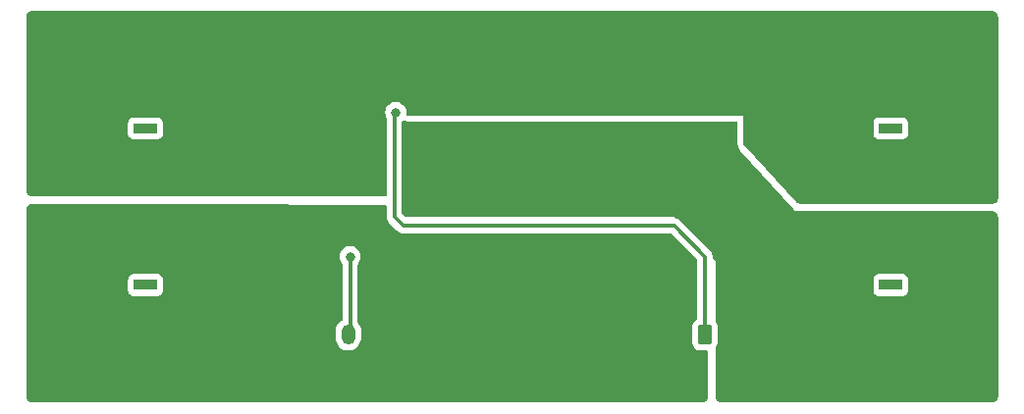
<source format=gbr>
%TF.GenerationSoftware,KiCad,Pcbnew,7.0.2*%
%TF.CreationDate,2023-07-12T23:47:59-04:00*%
%TF.ProjectId,Anti-Spark Switch,416e7469-2d53-4706-9172-6b2053776974,rev?*%
%TF.SameCoordinates,Original*%
%TF.FileFunction,Copper,L2,Bot*%
%TF.FilePolarity,Positive*%
%FSLAX46Y46*%
G04 Gerber Fmt 4.6, Leading zero omitted, Abs format (unit mm)*
G04 Created by KiCad (PCBNEW 7.0.2) date 2023-07-12 23:47:59*
%MOMM*%
%LPD*%
G01*
G04 APERTURE LIST*
G04 Aperture macros list*
%AMRoundRect*
0 Rectangle with rounded corners*
0 $1 Rounding radius*
0 $2 $3 $4 $5 $6 $7 $8 $9 X,Y pos of 4 corners*
0 Add a 4 corners polygon primitive as box body*
4,1,4,$2,$3,$4,$5,$6,$7,$8,$9,$2,$3,0*
0 Add four circle primitives for the rounded corners*
1,1,$1+$1,$2,$3*
1,1,$1+$1,$4,$5*
1,1,$1+$1,$6,$7*
1,1,$1+$1,$8,$9*
0 Add four rect primitives between the rounded corners*
20,1,$1+$1,$2,$3,$4,$5,0*
20,1,$1+$1,$4,$5,$6,$7,0*
20,1,$1+$1,$6,$7,$8,$9,0*
20,1,$1+$1,$8,$9,$2,$3,0*%
G04 Aperture macros list end*
%TA.AperFunction,ComponentPad*%
%ADD10R,2.000000X0.900000*%
%TD*%
%TA.AperFunction,ComponentPad*%
%ADD11RoundRect,1.025000X1.025000X-1.025000X1.025000X1.025000X-1.025000X1.025000X-1.025000X-1.025000X0*%
%TD*%
%TA.AperFunction,ComponentPad*%
%ADD12C,4.100000*%
%TD*%
%TA.AperFunction,ComponentPad*%
%ADD13RoundRect,1.025000X-1.025000X1.025000X-1.025000X-1.025000X1.025000X-1.025000X1.025000X1.025000X0*%
%TD*%
%TA.AperFunction,ComponentPad*%
%ADD14RoundRect,0.250000X-0.350000X-0.625000X0.350000X-0.625000X0.350000X0.625000X-0.350000X0.625000X0*%
%TD*%
%TA.AperFunction,ComponentPad*%
%ADD15O,1.200000X1.750000*%
%TD*%
%TA.AperFunction,ViaPad*%
%ADD16C,0.800000*%
%TD*%
%TA.AperFunction,Conductor*%
%ADD17C,0.300000*%
%TD*%
G04 APERTURE END LIST*
D10*
%TO.P,J8,*%
%TO.N,*%
X119260000Y-111525000D03*
X119260000Y-98025000D03*
D11*
%TO.P,J8,1,1*%
%TO.N,GND*%
X125260000Y-108375000D03*
D12*
%TO.P,J8,2,2*%
%TO.N,VCC*%
X125260000Y-101175000D03*
%TD*%
D10*
%TO.P,J5,*%
%TO.N,*%
X183538000Y-98025000D03*
X183538000Y-111525000D03*
D13*
%TO.P,J5,1,1*%
%TO.N,Net-(J1-Pin_1)*%
X177538000Y-108375000D03*
D12*
%TO.P,J5,2,2*%
%TO.N,VCC*%
X177538000Y-101175000D03*
%TD*%
D14*
%TO.P,J3,1,Pin_1*%
%TO.N,GND*%
X134747000Y-115824000D03*
D15*
%TO.P,J3,2,Pin_2*%
%TO.N,Net-(D1-K)*%
X136747000Y-115824000D03*
%TD*%
D14*
%TO.P,J7,1,Pin_1*%
%TO.N,Net-(J7-Pin_1)*%
X167513000Y-115824000D03*
D15*
%TO.P,J7,2,Pin_2*%
%TO.N,Net-(J1-Pin_1)*%
X169513000Y-115824000D03*
%TD*%
D16*
%TO.N,Net-(J7-Pin_1)*%
X140843000Y-96647000D03*
%TO.N,GND*%
X158115000Y-110490000D03*
X149860000Y-110490000D03*
%TO.N,Net-(D1-K)*%
X136906000Y-109093000D03*
%TO.N,GND*%
X161290000Y-110490000D03*
X161290000Y-109220000D03*
X161290000Y-107950000D03*
X153035000Y-110490000D03*
X153035000Y-109220000D03*
X153035000Y-107950000D03*
X144780000Y-110490000D03*
X144780000Y-109220000D03*
X144780000Y-107950000D03*
X161290000Y-111633000D03*
X161290000Y-114173000D03*
X161290000Y-112903000D03*
X161290000Y-115443000D03*
X161290000Y-116713000D03*
X162560000Y-116713000D03*
X165100000Y-111633000D03*
X162560000Y-112903000D03*
X165100000Y-114173000D03*
X163830000Y-112903000D03*
X162560000Y-115443000D03*
X163830000Y-115443000D03*
X165100000Y-112903000D03*
X162560000Y-111633000D03*
X165100000Y-115443000D03*
X163830000Y-116713000D03*
X163830000Y-111633000D03*
X165100000Y-116713000D03*
X163830000Y-114173000D03*
X162560000Y-114173000D03*
X155575000Y-114300000D03*
X154305000Y-114300000D03*
X153035000Y-114300000D03*
X156845000Y-114300000D03*
X158115000Y-114300000D03*
X153035000Y-113030000D03*
X154305000Y-111760000D03*
X153035000Y-111760000D03*
X154305000Y-113030000D03*
X155575000Y-113030000D03*
X158115000Y-115570000D03*
X156845000Y-111760000D03*
X153035000Y-115570000D03*
X158115000Y-116840000D03*
X156845000Y-115570000D03*
X154305000Y-116840000D03*
X156845000Y-116840000D03*
X154305000Y-115570000D03*
X155575000Y-111760000D03*
X158115000Y-113030000D03*
X153035000Y-116840000D03*
X158115000Y-111760000D03*
X156845000Y-113030000D03*
X155575000Y-115570000D03*
X155575000Y-116840000D03*
X147320000Y-114300000D03*
X146050000Y-114300000D03*
X144780000Y-114300000D03*
X148590000Y-114300000D03*
X149860000Y-114300000D03*
X144780000Y-113030000D03*
X146050000Y-111760000D03*
X144780000Y-111760000D03*
X146050000Y-113030000D03*
X147320000Y-113030000D03*
X149860000Y-115570000D03*
X148590000Y-111760000D03*
X144780000Y-115570000D03*
X149860000Y-116840000D03*
X148590000Y-115570000D03*
X146050000Y-116840000D03*
X148590000Y-116840000D03*
X146050000Y-115570000D03*
X147320000Y-111760000D03*
X149860000Y-113030000D03*
X144780000Y-116840000D03*
X149860000Y-111760000D03*
X148590000Y-113030000D03*
X147320000Y-115570000D03*
X147320000Y-116840000D03*
X162560000Y-109220000D03*
X162560000Y-110490000D03*
X165100000Y-110490000D03*
X165100000Y-109220000D03*
X162560000Y-107950000D03*
X163830000Y-110490000D03*
X154305000Y-109220000D03*
X156845000Y-107950000D03*
X154305000Y-110490000D03*
X156845000Y-110490000D03*
X156845000Y-109220000D03*
X154305000Y-107950000D03*
X155575000Y-110490000D03*
X148590000Y-107950000D03*
X148590000Y-109220000D03*
X148590000Y-110490000D03*
X147320000Y-110490000D03*
X146050000Y-110490000D03*
X146050000Y-109220000D03*
X146050000Y-107950000D03*
%TO.N,Net-(J1-Pin_1)*%
X165100000Y-104140000D03*
X165100000Y-100330000D03*
X165100000Y-102870000D03*
X165100000Y-101600000D03*
X160020000Y-101600000D03*
X158750000Y-101600000D03*
X157480000Y-101600000D03*
X161290000Y-101600000D03*
X162560000Y-101600000D03*
X157480000Y-100330000D03*
X158750000Y-99060000D03*
X157480000Y-99060000D03*
X158750000Y-100330000D03*
X160020000Y-100330000D03*
X162560000Y-102870000D03*
X161290000Y-99060000D03*
X163830000Y-104140000D03*
X163830000Y-102870000D03*
X163830000Y-101600000D03*
X157480000Y-102870000D03*
X163830000Y-99060000D03*
X162560000Y-104140000D03*
X161290000Y-102870000D03*
X158750000Y-104140000D03*
X161290000Y-104140000D03*
X158750000Y-102870000D03*
X160020000Y-99060000D03*
X162560000Y-100330000D03*
X163830000Y-100330000D03*
X157480000Y-104140000D03*
X162560000Y-99060000D03*
X161290000Y-100330000D03*
X160020000Y-102870000D03*
X160020000Y-104140000D03*
X152400000Y-101600000D03*
X151130000Y-101600000D03*
X149860000Y-101600000D03*
X153670000Y-101600000D03*
X154940000Y-101600000D03*
X149860000Y-100330000D03*
X151130000Y-99060000D03*
X149860000Y-99060000D03*
X151130000Y-100330000D03*
X152400000Y-100330000D03*
X154940000Y-102870000D03*
X153670000Y-99060000D03*
X156210000Y-104140000D03*
X156210000Y-102870000D03*
X156210000Y-101600000D03*
X149860000Y-102870000D03*
X156210000Y-99060000D03*
X154940000Y-104140000D03*
X153670000Y-102870000D03*
X151130000Y-104140000D03*
X153670000Y-104140000D03*
X151130000Y-102870000D03*
X152400000Y-99060000D03*
X154940000Y-100330000D03*
X156210000Y-100330000D03*
X149860000Y-104140000D03*
X154940000Y-99060000D03*
X153670000Y-100330000D03*
X152400000Y-102870000D03*
X152400000Y-104140000D03*
X148590000Y-104140000D03*
X148590000Y-102870000D03*
X148590000Y-101600000D03*
X148590000Y-100330000D03*
X148590000Y-99060000D03*
X147320000Y-104140000D03*
X146050000Y-104140000D03*
X144780000Y-104140000D03*
X143510000Y-104140000D03*
X142240000Y-104140000D03*
X142240000Y-102870000D03*
X143510000Y-102870000D03*
X144780000Y-102870000D03*
X146050000Y-102870000D03*
X147320000Y-102870000D03*
X147320000Y-101600000D03*
X146050000Y-101600000D03*
X144780000Y-101600000D03*
X143510000Y-101600000D03*
X142240000Y-101600000D03*
X142240000Y-100330000D03*
X143510000Y-100330000D03*
X144780000Y-100330000D03*
X146050000Y-100330000D03*
X147320000Y-100330000D03*
X147320000Y-99060000D03*
X146050000Y-99060000D03*
X144780000Y-99060000D03*
X143510000Y-99060000D03*
X142240000Y-99060000D03*
X186690000Y-116840000D03*
X190500000Y-116840000D03*
X182880000Y-116840000D03*
X181610000Y-116840000D03*
X187960000Y-116840000D03*
X189230000Y-116840000D03*
X185420000Y-116840000D03*
X191770000Y-116840000D03*
X184150000Y-116840000D03*
X189230000Y-119380000D03*
X187960000Y-119380000D03*
X184150000Y-119380000D03*
X182880000Y-119380000D03*
X180340000Y-119380000D03*
X182880000Y-120650000D03*
X185420000Y-119380000D03*
X187960000Y-118110000D03*
X191770000Y-120650000D03*
X190500000Y-120650000D03*
X180340000Y-115570000D03*
X184150000Y-120650000D03*
X185420000Y-120650000D03*
X190500000Y-119380000D03*
X180340000Y-116840000D03*
X180340000Y-114300000D03*
X187960000Y-120650000D03*
X186690000Y-120650000D03*
X191770000Y-119380000D03*
X186690000Y-119380000D03*
X181610000Y-119380000D03*
X189230000Y-120650000D03*
X190500000Y-118110000D03*
X180340000Y-120650000D03*
X181610000Y-120650000D03*
X180340000Y-118110000D03*
X187960000Y-115570000D03*
X185420000Y-118110000D03*
X191770000Y-118110000D03*
X184150000Y-118110000D03*
X186690000Y-118110000D03*
X189230000Y-118110000D03*
X181610000Y-118110000D03*
X182880000Y-118110000D03*
X185420000Y-115570000D03*
X182880000Y-115570000D03*
X189230000Y-115570000D03*
X186690000Y-115570000D03*
X181610000Y-115570000D03*
X190500000Y-115570000D03*
X191770000Y-115570000D03*
X184150000Y-115570000D03*
X187960000Y-114300000D03*
X190500000Y-114300000D03*
X191770000Y-114300000D03*
X184150000Y-114300000D03*
X186690000Y-114300000D03*
X189230000Y-114300000D03*
X181610000Y-114300000D03*
X182880000Y-114300000D03*
X185420000Y-114300000D03*
%TO.N,GND*%
X116205000Y-116840000D03*
X120015000Y-116840000D03*
X112395000Y-116840000D03*
X111125000Y-116840000D03*
X117475000Y-116840000D03*
X118745000Y-116840000D03*
X114935000Y-116840000D03*
X121285000Y-116840000D03*
X113665000Y-116840000D03*
X118745000Y-119380000D03*
X117475000Y-119380000D03*
X113665000Y-119380000D03*
X112395000Y-119380000D03*
X109855000Y-119380000D03*
X112395000Y-120650000D03*
X114935000Y-119380000D03*
X117475000Y-118110000D03*
X121285000Y-120650000D03*
X120015000Y-120650000D03*
X109855000Y-115570000D03*
X113665000Y-120650000D03*
X114935000Y-120650000D03*
X120015000Y-119380000D03*
X109855000Y-116840000D03*
X109855000Y-114300000D03*
X117475000Y-120650000D03*
X116205000Y-120650000D03*
X121285000Y-119380000D03*
X116205000Y-119380000D03*
X111125000Y-119380000D03*
X118745000Y-120650000D03*
X120015000Y-118110000D03*
X109855000Y-120650000D03*
X111125000Y-120650000D03*
X109855000Y-118110000D03*
X117475000Y-115570000D03*
X114935000Y-118110000D03*
X121285000Y-118110000D03*
X113665000Y-118110000D03*
X116205000Y-118110000D03*
X118745000Y-118110000D03*
X111125000Y-118110000D03*
X112395000Y-118110000D03*
X114935000Y-115570000D03*
X112395000Y-115570000D03*
X118745000Y-115570000D03*
X116205000Y-115570000D03*
X111125000Y-115570000D03*
X120015000Y-115570000D03*
X121285000Y-115570000D03*
X113665000Y-115570000D03*
X117475000Y-114300000D03*
X120015000Y-114300000D03*
X121285000Y-114300000D03*
X113665000Y-114300000D03*
X116205000Y-114300000D03*
X118745000Y-114300000D03*
X111125000Y-114300000D03*
X112395000Y-114300000D03*
X114935000Y-114300000D03*
%TO.N,VCC*%
X116205000Y-91440000D03*
X120015000Y-91440000D03*
X112395000Y-91440000D03*
X111125000Y-91440000D03*
X117475000Y-91440000D03*
X118745000Y-91440000D03*
X114935000Y-91440000D03*
X121285000Y-91440000D03*
X113665000Y-91440000D03*
X118745000Y-93980000D03*
X117475000Y-93980000D03*
X113665000Y-93980000D03*
X112395000Y-93980000D03*
X109855000Y-93980000D03*
X112395000Y-95250000D03*
X114935000Y-93980000D03*
X117475000Y-92710000D03*
X121285000Y-95250000D03*
X120015000Y-95250000D03*
X109855000Y-90170000D03*
X113665000Y-95250000D03*
X114935000Y-95250000D03*
X120015000Y-93980000D03*
X109855000Y-91440000D03*
X109855000Y-88900000D03*
X117475000Y-95250000D03*
X116205000Y-95250000D03*
X121285000Y-93980000D03*
X116205000Y-93980000D03*
X111125000Y-93980000D03*
X118745000Y-95250000D03*
X120015000Y-92710000D03*
X109855000Y-95250000D03*
X111125000Y-95250000D03*
X109855000Y-92710000D03*
X117475000Y-90170000D03*
X114935000Y-92710000D03*
X121285000Y-92710000D03*
X113665000Y-92710000D03*
X116205000Y-92710000D03*
X118745000Y-92710000D03*
X111125000Y-92710000D03*
X112395000Y-92710000D03*
X114935000Y-90170000D03*
X112395000Y-90170000D03*
X118745000Y-90170000D03*
X116205000Y-90170000D03*
X111125000Y-90170000D03*
X120015000Y-90170000D03*
X121285000Y-90170000D03*
X113665000Y-90170000D03*
X117475000Y-88900000D03*
X120015000Y-88900000D03*
X121285000Y-88900000D03*
X113665000Y-88900000D03*
X116205000Y-88900000D03*
X118745000Y-88900000D03*
X111125000Y-88900000D03*
X112395000Y-88900000D03*
X114935000Y-88900000D03*
X180340000Y-91440000D03*
X180340000Y-93980000D03*
X180340000Y-95250000D03*
X180340000Y-92710000D03*
X180340000Y-90170000D03*
X180340000Y-88900000D03*
X187960000Y-95250000D03*
X190500000Y-95250000D03*
X191770000Y-95250000D03*
X184150000Y-95250000D03*
X186690000Y-95250000D03*
X189230000Y-95250000D03*
X181610000Y-95250000D03*
X182880000Y-95250000D03*
X185420000Y-95250000D03*
X187960000Y-93980000D03*
X190500000Y-93980000D03*
X191770000Y-93980000D03*
X184150000Y-93980000D03*
X186690000Y-93980000D03*
X189230000Y-93980000D03*
X181610000Y-93980000D03*
X182880000Y-93980000D03*
X185420000Y-93980000D03*
X187960000Y-92710000D03*
X190500000Y-92710000D03*
X191770000Y-92710000D03*
X184150000Y-92710000D03*
X186690000Y-92710000D03*
X189230000Y-92710000D03*
X181610000Y-92710000D03*
X182880000Y-92710000D03*
X185420000Y-92710000D03*
X187960000Y-91440000D03*
X190500000Y-91440000D03*
X191770000Y-91440000D03*
X184150000Y-91440000D03*
X186690000Y-91440000D03*
X189230000Y-91440000D03*
X181610000Y-91440000D03*
X182880000Y-91440000D03*
X185420000Y-91440000D03*
X187960000Y-90170000D03*
X190500000Y-90170000D03*
X191770000Y-90170000D03*
X184150000Y-90170000D03*
X186690000Y-90170000D03*
X189230000Y-90170000D03*
X181610000Y-90170000D03*
X182880000Y-90170000D03*
X185420000Y-90170000D03*
X181610000Y-88900000D03*
X182880000Y-88900000D03*
X184150000Y-88900000D03*
X185420000Y-88900000D03*
X186690000Y-88900000D03*
X187960000Y-88900000D03*
X189230000Y-88900000D03*
X190500000Y-88900000D03*
X191770000Y-88900000D03*
%TD*%
D17*
%TO.N,Net-(J7-Pin_1)*%
X167513000Y-109093000D02*
X167513000Y-115824000D01*
X164846000Y-106426000D02*
X167513000Y-109093000D01*
X140716000Y-105664000D02*
X141478000Y-106426000D01*
X141478000Y-106426000D02*
X164846000Y-106426000D01*
X140843000Y-96647000D02*
X140716000Y-96774000D01*
X140716000Y-96774000D02*
X140716000Y-105664000D01*
%TO.N,Net-(D1-K)*%
X136906000Y-115824000D02*
X136747000Y-115824000D01*
X136906000Y-109093000D02*
X136906000Y-115824000D01*
%TD*%
%TA.AperFunction,Conductor*%
%TO.N,GND*%
G36*
X110777176Y-104528158D02*
G01*
X123368664Y-104577927D01*
X139941994Y-104643435D01*
X140008951Y-104663383D01*
X140054497Y-104716368D01*
X140065500Y-104767433D01*
X140065500Y-105578494D01*
X140063158Y-105599702D01*
X140065439Y-105672262D01*
X140065500Y-105676157D01*
X140065500Y-105704925D01*
X140065987Y-105708785D01*
X140065989Y-105708808D01*
X140066054Y-105709320D01*
X140066968Y-105720942D01*
X140068402Y-105766569D01*
X140074323Y-105786950D01*
X140078267Y-105805995D01*
X140080928Y-105827059D01*
X140097737Y-105869515D01*
X140101520Y-105880563D01*
X140114256Y-105924400D01*
X140125061Y-105942670D01*
X140133621Y-105960143D01*
X140141431Y-105979869D01*
X140168266Y-106016806D01*
X140174670Y-106026555D01*
X140197918Y-106065864D01*
X140197919Y-106065865D01*
X140212923Y-106080868D01*
X140225561Y-106095665D01*
X140238037Y-106112837D01*
X140273212Y-106141936D01*
X140281853Y-106149799D01*
X140957564Y-106825509D01*
X140970909Y-106842167D01*
X141023848Y-106891879D01*
X141026645Y-106894590D01*
X141046966Y-106914911D01*
X141050442Y-106917607D01*
X141059322Y-106925191D01*
X141092607Y-106956448D01*
X141111212Y-106966676D01*
X141127466Y-106977353D01*
X141144237Y-106990363D01*
X141186144Y-107008497D01*
X141196618Y-107013628D01*
X141236632Y-107035627D01*
X141257197Y-107040906D01*
X141275593Y-107047205D01*
X141295074Y-107055636D01*
X141340178Y-107062779D01*
X141351597Y-107065144D01*
X141395823Y-107076500D01*
X141417045Y-107076500D01*
X141436443Y-107078026D01*
X141457405Y-107081347D01*
X141499319Y-107077384D01*
X141502861Y-107077050D01*
X141514530Y-107076500D01*
X164525192Y-107076500D01*
X164592231Y-107096185D01*
X164612873Y-107112819D01*
X166826181Y-109326126D01*
X166859666Y-109387449D01*
X166862500Y-109413807D01*
X166862500Y-114433362D01*
X166842815Y-114500401D01*
X166803596Y-114538901D01*
X166694342Y-114606288D01*
X166570288Y-114730342D01*
X166478186Y-114879665D01*
X166423000Y-115046202D01*
X166412819Y-115145858D01*
X166412817Y-115145878D01*
X166412500Y-115148991D01*
X166412500Y-115152138D01*
X166412500Y-115152139D01*
X166412500Y-116495859D01*
X166412500Y-116495878D01*
X166412501Y-116499008D01*
X166412820Y-116502140D01*
X166412821Y-116502141D01*
X166423000Y-116601796D01*
X166478186Y-116768334D01*
X166570288Y-116917657D01*
X166694342Y-117041711D01*
X166718152Y-117056397D01*
X166843666Y-117133814D01*
X166955017Y-117170712D01*
X167010202Y-117188999D01*
X167109858Y-117199180D01*
X167109859Y-117199180D01*
X167112991Y-117199500D01*
X167643001Y-117199499D01*
X167710039Y-117219183D01*
X167755794Y-117271987D01*
X167767000Y-117323499D01*
X167767000Y-121157874D01*
X167765939Y-121174060D01*
X167752093Y-121279224D01*
X167743715Y-121310491D01*
X167706259Y-121400918D01*
X167690074Y-121428951D01*
X167630491Y-121506601D01*
X167607601Y-121529491D01*
X167529951Y-121589074D01*
X167501918Y-121605259D01*
X167411491Y-121642715D01*
X167380224Y-121651093D01*
X167286398Y-121663446D01*
X167275058Y-121664939D01*
X167258874Y-121666000D01*
X109474126Y-121666000D01*
X109457941Y-121664939D01*
X109444917Y-121663224D01*
X109352775Y-121651093D01*
X109321508Y-121642715D01*
X109231081Y-121605259D01*
X109203048Y-121589074D01*
X109125398Y-121529491D01*
X109102508Y-121506601D01*
X109042925Y-121428951D01*
X109026740Y-121400918D01*
X108989284Y-121310491D01*
X108980906Y-121279223D01*
X108967061Y-121174059D01*
X108966000Y-121157874D01*
X108966000Y-116151425D01*
X135646500Y-116151425D01*
X135646779Y-116154355D01*
X135646781Y-116154380D01*
X135661471Y-116308215D01*
X135720683Y-116509873D01*
X135816990Y-116696684D01*
X135946906Y-116861884D01*
X136105745Y-116999520D01*
X136204259Y-117056397D01*
X136287756Y-117104604D01*
X136372150Y-117133813D01*
X136486366Y-117173344D01*
X136521298Y-117178366D01*
X136694398Y-117203254D01*
X136904330Y-117193254D01*
X137108576Y-117143704D01*
X137194195Y-117104603D01*
X137299752Y-117056397D01*
X137379624Y-116999520D01*
X137470952Y-116934486D01*
X137615986Y-116782378D01*
X137729613Y-116605572D01*
X137807725Y-116410457D01*
X137847500Y-116204085D01*
X137847500Y-115496575D01*
X137832528Y-115339782D01*
X137773316Y-115138125D01*
X137677011Y-114951318D01*
X137609618Y-114865622D01*
X137583030Y-114831812D01*
X137557062Y-114766947D01*
X137556500Y-114755160D01*
X137556500Y-109763922D01*
X137576185Y-109696883D01*
X137588350Y-109680949D01*
X137638533Y-109625216D01*
X137733179Y-109461284D01*
X137791674Y-109281256D01*
X137811460Y-109093000D01*
X137791674Y-108904744D01*
X137733179Y-108724716D01*
X137733179Y-108724715D01*
X137638533Y-108560783D01*
X137511870Y-108420110D01*
X137358730Y-108308848D01*
X137185802Y-108231855D01*
X137000648Y-108192500D01*
X137000646Y-108192500D01*
X136811354Y-108192500D01*
X136811352Y-108192500D01*
X136626197Y-108231855D01*
X136453269Y-108308848D01*
X136300129Y-108420110D01*
X136173466Y-108560783D01*
X136078820Y-108724715D01*
X136020326Y-108904742D01*
X136000540Y-109093000D01*
X136020326Y-109281257D01*
X136078820Y-109461284D01*
X136173464Y-109625213D01*
X136223650Y-109680949D01*
X136253880Y-109743941D01*
X136255500Y-109763922D01*
X136255500Y-114484060D01*
X136235815Y-114551099D01*
X136203427Y-114585068D01*
X136194250Y-114591602D01*
X136194247Y-114591604D01*
X136023048Y-114713514D01*
X136023047Y-114713515D01*
X135878013Y-114865623D01*
X135764387Y-115042425D01*
X135686274Y-115237545D01*
X135646500Y-115443913D01*
X135646500Y-115443915D01*
X135646500Y-116151425D01*
X108966000Y-116151425D01*
X108966000Y-112019578D01*
X117759500Y-112019578D01*
X117759501Y-112022872D01*
X117765909Y-112082483D01*
X117816204Y-112217331D01*
X117902454Y-112332546D01*
X118017669Y-112418796D01*
X118152517Y-112469091D01*
X118212127Y-112475500D01*
X120307872Y-112475499D01*
X120367483Y-112469091D01*
X120502331Y-112418796D01*
X120617546Y-112332546D01*
X120703796Y-112217331D01*
X120754091Y-112082483D01*
X120760500Y-112022873D01*
X120760499Y-111027128D01*
X120754091Y-110967517D01*
X120703796Y-110832669D01*
X120617546Y-110717454D01*
X120502331Y-110631204D01*
X120367483Y-110580909D01*
X120307873Y-110574500D01*
X120304550Y-110574500D01*
X118215439Y-110574500D01*
X118215420Y-110574500D01*
X118212128Y-110574501D01*
X118208848Y-110574853D01*
X118208840Y-110574854D01*
X118152515Y-110580909D01*
X118017669Y-110631204D01*
X117902454Y-110717454D01*
X117816204Y-110832668D01*
X117765910Y-110967515D01*
X117765909Y-110967517D01*
X117759500Y-111027127D01*
X117759500Y-111030448D01*
X117759500Y-111030449D01*
X117759500Y-112019560D01*
X117759500Y-112019578D01*
X108966000Y-112019578D01*
X108966000Y-105031128D01*
X108967066Y-105014903D01*
X108980981Y-104909474D01*
X108989398Y-104878142D01*
X109027040Y-104787520D01*
X109043302Y-104759441D01*
X109076466Y-104716368D01*
X109103162Y-104681695D01*
X109126149Y-104658798D01*
X109204140Y-104599238D01*
X109232273Y-104583094D01*
X109323049Y-104545809D01*
X109354408Y-104537517D01*
X109459895Y-104524017D01*
X109476120Y-104523016D01*
X110777176Y-104528158D01*
G37*
%TD.AperFunction*%
%TD*%
%TA.AperFunction,Conductor*%
%TO.N,VCC*%
G36*
X192294059Y-87885061D02*
G01*
X192399223Y-87898906D01*
X192430491Y-87907284D01*
X192520918Y-87944740D01*
X192548952Y-87960925D01*
X192626602Y-88020509D01*
X192649491Y-88043398D01*
X192709074Y-88121048D01*
X192725259Y-88149081D01*
X192762715Y-88239508D01*
X192771093Y-88270775D01*
X192784939Y-88375939D01*
X192786000Y-88392125D01*
X192786000Y-104012874D01*
X192784939Y-104029060D01*
X192771093Y-104134224D01*
X192762715Y-104165491D01*
X192725259Y-104255918D01*
X192709074Y-104283951D01*
X192649491Y-104361601D01*
X192626601Y-104384491D01*
X192548951Y-104444074D01*
X192520918Y-104460259D01*
X192430491Y-104497715D01*
X192399224Y-104506093D01*
X192305398Y-104518446D01*
X192294058Y-104519939D01*
X192277874Y-104521000D01*
X175741135Y-104521000D01*
X175724152Y-104519831D01*
X175624791Y-104506093D01*
X175613920Y-104504589D01*
X175581232Y-104495375D01*
X175487157Y-104454244D01*
X175458196Y-104436505D01*
X175372152Y-104365930D01*
X175359762Y-104354256D01*
X170953196Y-99590401D01*
X170943451Y-99578454D01*
X170884680Y-99496486D01*
X170869990Y-99469447D01*
X170836049Y-99382771D01*
X170828474Y-99352958D01*
X170815958Y-99252868D01*
X170815000Y-99237482D01*
X170815000Y-98519578D01*
X182037500Y-98519578D01*
X182037501Y-98522872D01*
X182043909Y-98582483D01*
X182094204Y-98717331D01*
X182180454Y-98832546D01*
X182295669Y-98918796D01*
X182430517Y-98969091D01*
X182490127Y-98975500D01*
X184585872Y-98975499D01*
X184645483Y-98969091D01*
X184780331Y-98918796D01*
X184895546Y-98832546D01*
X184981796Y-98717331D01*
X185032091Y-98582483D01*
X185038500Y-98522873D01*
X185038499Y-97527128D01*
X185032091Y-97467517D01*
X184981796Y-97332669D01*
X184895546Y-97217454D01*
X184780331Y-97131204D01*
X184645483Y-97080909D01*
X184585873Y-97074500D01*
X184582550Y-97074500D01*
X182493439Y-97074500D01*
X182493420Y-97074500D01*
X182490128Y-97074501D01*
X182486848Y-97074853D01*
X182486840Y-97074854D01*
X182430515Y-97080909D01*
X182295669Y-97131204D01*
X182180454Y-97217454D01*
X182094204Y-97332668D01*
X182043910Y-97467515D01*
X182043909Y-97467517D01*
X182037500Y-97527127D01*
X182037500Y-97530448D01*
X182037500Y-97530449D01*
X182037500Y-98519560D01*
X182037500Y-98519578D01*
X170815000Y-98519578D01*
X170815000Y-97405053D01*
X170815000Y-97405052D01*
X170815000Y-97401000D01*
X170815000Y-96901000D01*
X170315000Y-96901000D01*
X170310947Y-96901000D01*
X141859480Y-96901000D01*
X141792441Y-96881315D01*
X141746686Y-96828511D01*
X141736159Y-96764039D01*
X141748460Y-96647000D01*
X141728674Y-96458744D01*
X141670179Y-96278716D01*
X141670179Y-96278715D01*
X141575533Y-96114783D01*
X141448870Y-95974110D01*
X141295730Y-95862848D01*
X141122802Y-95785855D01*
X140937648Y-95746500D01*
X140937646Y-95746500D01*
X140748354Y-95746500D01*
X140748352Y-95746500D01*
X140563197Y-95785855D01*
X140390269Y-95862848D01*
X140237129Y-95974110D01*
X140110466Y-96114783D01*
X140015820Y-96278715D01*
X139957326Y-96458742D01*
X139937540Y-96646999D01*
X139957326Y-96835257D01*
X140015821Y-97015285D01*
X140048886Y-97072554D01*
X140065500Y-97134555D01*
X140065500Y-103762000D01*
X140045815Y-103829039D01*
X139993011Y-103874794D01*
X139941500Y-103886000D01*
X109474126Y-103886000D01*
X109457941Y-103884939D01*
X109444917Y-103883224D01*
X109352775Y-103871093D01*
X109321508Y-103862715D01*
X109231081Y-103825259D01*
X109203048Y-103809074D01*
X109125398Y-103749491D01*
X109102508Y-103726601D01*
X109042925Y-103648951D01*
X109026740Y-103620918D01*
X108989284Y-103530491D01*
X108980906Y-103499223D01*
X108967061Y-103394059D01*
X108966000Y-103377874D01*
X108966000Y-98519578D01*
X117759500Y-98519578D01*
X117759501Y-98522872D01*
X117765909Y-98582483D01*
X117816204Y-98717331D01*
X117902454Y-98832546D01*
X118017669Y-98918796D01*
X118152517Y-98969091D01*
X118212127Y-98975500D01*
X120307872Y-98975499D01*
X120367483Y-98969091D01*
X120502331Y-98918796D01*
X120617546Y-98832546D01*
X120703796Y-98717331D01*
X120754091Y-98582483D01*
X120760500Y-98522873D01*
X120760499Y-97527128D01*
X120754091Y-97467517D01*
X120703796Y-97332669D01*
X120617546Y-97217454D01*
X120502331Y-97131204D01*
X120367483Y-97080909D01*
X120307873Y-97074500D01*
X120304550Y-97074500D01*
X118215439Y-97074500D01*
X118215420Y-97074500D01*
X118212128Y-97074501D01*
X118208848Y-97074853D01*
X118208840Y-97074854D01*
X118152515Y-97080909D01*
X118017669Y-97131204D01*
X117902454Y-97217454D01*
X117816204Y-97332668D01*
X117765910Y-97467515D01*
X117765909Y-97467517D01*
X117759500Y-97527127D01*
X117759500Y-97530448D01*
X117759500Y-97530449D01*
X117759500Y-98519560D01*
X117759500Y-98519578D01*
X108966000Y-98519578D01*
X108966000Y-88392125D01*
X108967061Y-88375940D01*
X108980906Y-88270776D01*
X108989284Y-88239508D01*
X109026740Y-88149081D01*
X109042923Y-88121050D01*
X109102513Y-88043392D01*
X109125392Y-88020513D01*
X109203050Y-87960923D01*
X109231079Y-87944740D01*
X109321509Y-87907283D01*
X109352775Y-87898906D01*
X109457940Y-87885061D01*
X109474126Y-87884000D01*
X192277874Y-87884000D01*
X192294059Y-87885061D01*
G37*
%TD.AperFunction*%
%TD*%
%TA.AperFunction,Conductor*%
%TO.N,Net-(J1-Pin_1)*%
G36*
X141553087Y-97322069D02*
G01*
X141650021Y-97366338D01*
X141717060Y-97386023D01*
X141717064Y-97386024D01*
X141859480Y-97406500D01*
X170185500Y-97406500D01*
X170252539Y-97426185D01*
X170298294Y-97478989D01*
X170309500Y-97530500D01*
X170309500Y-99237482D01*
X170309545Y-99239407D01*
X170310477Y-99268896D01*
X170310582Y-99270812D01*
X170311435Y-99284282D01*
X170311601Y-99286216D01*
X170314364Y-99315591D01*
X170314589Y-99317513D01*
X170326639Y-99413756D01*
X170326880Y-99415681D01*
X170327238Y-99417579D01*
X170327239Y-99417583D01*
X170338182Y-99475544D01*
X170338186Y-99475563D01*
X170338541Y-99477442D01*
X170346116Y-99507255D01*
X170346702Y-99509080D01*
X170346707Y-99509095D01*
X170359250Y-99548113D01*
X170365351Y-99567089D01*
X170366047Y-99568868D01*
X170366053Y-99568883D01*
X170398591Y-99651975D01*
X170399292Y-99653765D01*
X170425810Y-99710765D01*
X170426732Y-99712462D01*
X170426734Y-99712466D01*
X170434000Y-99725839D01*
X170434000Y-99822000D01*
X170563232Y-99964835D01*
X175111127Y-104991457D01*
X175111130Y-104991459D01*
X175260000Y-105156000D01*
X192277874Y-105156000D01*
X192294059Y-105157061D01*
X192399223Y-105170906D01*
X192430491Y-105179284D01*
X192520918Y-105216740D01*
X192548952Y-105232925D01*
X192626602Y-105292509D01*
X192649491Y-105315398D01*
X192709074Y-105393048D01*
X192725259Y-105421081D01*
X192762715Y-105511508D01*
X192771093Y-105542775D01*
X192784939Y-105647939D01*
X192786000Y-105664125D01*
X192786000Y-121157874D01*
X192784939Y-121174060D01*
X192771093Y-121279224D01*
X192762715Y-121310491D01*
X192725259Y-121400918D01*
X192709074Y-121428951D01*
X192649491Y-121506601D01*
X192626601Y-121529491D01*
X192548951Y-121589074D01*
X192520918Y-121605259D01*
X192430491Y-121642715D01*
X192399224Y-121651093D01*
X192305398Y-121663446D01*
X192294058Y-121664939D01*
X192277874Y-121666000D01*
X168910126Y-121666000D01*
X168893941Y-121664939D01*
X168880917Y-121663224D01*
X168788775Y-121651093D01*
X168757508Y-121642715D01*
X168667081Y-121605259D01*
X168639048Y-121589074D01*
X168561398Y-121529491D01*
X168538508Y-121506601D01*
X168478925Y-121428951D01*
X168462740Y-121400918D01*
X168425284Y-121310491D01*
X168416906Y-121279223D01*
X168403061Y-121174059D01*
X168402000Y-121157874D01*
X168402000Y-117022730D01*
X168421685Y-116955691D01*
X168438315Y-116935052D01*
X168455712Y-116917656D01*
X168547814Y-116768334D01*
X168602999Y-116601797D01*
X168613500Y-116499009D01*
X168613499Y-115148992D01*
X168602999Y-115046203D01*
X168547814Y-114879666D01*
X168455712Y-114730344D01*
X168455711Y-114730342D01*
X168438319Y-114712950D01*
X168404834Y-114651627D01*
X168402000Y-114625269D01*
X168402000Y-112019578D01*
X182037500Y-112019578D01*
X182037501Y-112022872D01*
X182043909Y-112082483D01*
X182094204Y-112217331D01*
X182180454Y-112332546D01*
X182295669Y-112418796D01*
X182430517Y-112469091D01*
X182490127Y-112475500D01*
X184585872Y-112475499D01*
X184645483Y-112469091D01*
X184780331Y-112418796D01*
X184895546Y-112332546D01*
X184981796Y-112217331D01*
X185032091Y-112082483D01*
X185038500Y-112022873D01*
X185038499Y-111027128D01*
X185032091Y-110967517D01*
X184981796Y-110832669D01*
X184895546Y-110717454D01*
X184780331Y-110631204D01*
X184645483Y-110580909D01*
X184585873Y-110574500D01*
X184582550Y-110574500D01*
X182493439Y-110574500D01*
X182493420Y-110574500D01*
X182490128Y-110574501D01*
X182486848Y-110574853D01*
X182486840Y-110574854D01*
X182430515Y-110580909D01*
X182295669Y-110631204D01*
X182180454Y-110717454D01*
X182094204Y-110832668D01*
X182043910Y-110967515D01*
X182043909Y-110967517D01*
X182037500Y-111027127D01*
X182037500Y-111030448D01*
X182037500Y-111030449D01*
X182037500Y-112019560D01*
X182037500Y-112019578D01*
X168402000Y-112019578D01*
X168402000Y-109674959D01*
X168402000Y-109674958D01*
X168402000Y-109671082D01*
X168402000Y-109474000D01*
X168267530Y-109329925D01*
X168267528Y-109329922D01*
X168198457Y-109255917D01*
X168167105Y-109193476D01*
X168167571Y-109170319D01*
X168166252Y-109170361D01*
X168163561Y-109084722D01*
X168163500Y-109080828D01*
X168163500Y-109055977D01*
X168163500Y-109052075D01*
X168162948Y-109047712D01*
X168162031Y-109036064D01*
X168160598Y-108990431D01*
X168154675Y-108970045D01*
X168150731Y-108951004D01*
X168148071Y-108929942D01*
X168131267Y-108887501D01*
X168127484Y-108876452D01*
X168114745Y-108832602D01*
X168111594Y-108827275D01*
X168103937Y-108814326D01*
X168095376Y-108796850D01*
X168087568Y-108777129D01*
X168060731Y-108740191D01*
X168054317Y-108730425D01*
X168031081Y-108691135D01*
X168016074Y-108676128D01*
X168003436Y-108661331D01*
X167990963Y-108644163D01*
X167955779Y-108615056D01*
X167947140Y-108607194D01*
X165366434Y-106026488D01*
X165353091Y-106009833D01*
X165300166Y-105960134D01*
X165297369Y-105957423D01*
X165279789Y-105939843D01*
X165277035Y-105937089D01*
X165273956Y-105934701D01*
X165273951Y-105934696D01*
X165273548Y-105934383D01*
X165264669Y-105926800D01*
X165231392Y-105895551D01*
X165212793Y-105885326D01*
X165196532Y-105874645D01*
X165179764Y-105861638D01*
X165137870Y-105843508D01*
X165127379Y-105838369D01*
X165087367Y-105816372D01*
X165066800Y-105811091D01*
X165048398Y-105804791D01*
X165028926Y-105796365D01*
X165028924Y-105796364D01*
X165028923Y-105796364D01*
X164983845Y-105789224D01*
X164972401Y-105786854D01*
X164966081Y-105785231D01*
X164952978Y-105778619D01*
X164846000Y-105664000D01*
X164628724Y-105664000D01*
X164624480Y-105664000D01*
X141687308Y-105664000D01*
X141620269Y-105644315D01*
X141599627Y-105627681D01*
X141402819Y-105430873D01*
X141369334Y-105369550D01*
X141366500Y-105343192D01*
X141366500Y-97442915D01*
X141386185Y-97375876D01*
X141417609Y-97342601D01*
X141419936Y-97340909D01*
X141428691Y-97334549D01*
X141494494Y-97311067D01*
X141553087Y-97322069D01*
G37*
%TD.AperFunction*%
%TD*%
M02*

</source>
